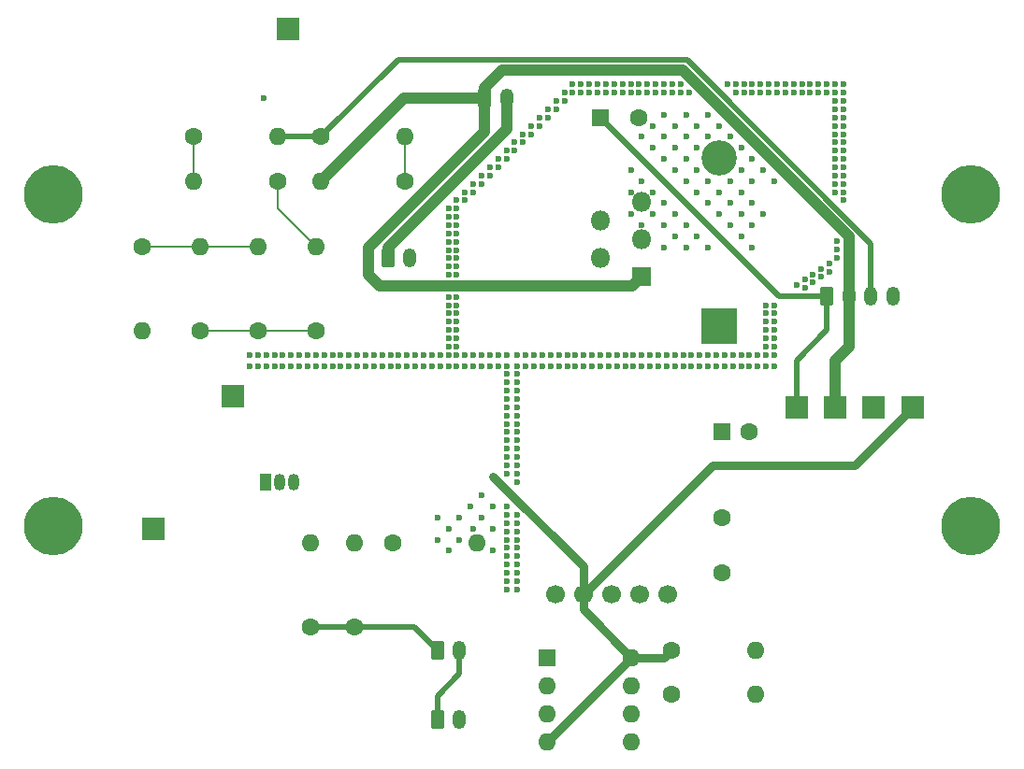
<source format=gbr>
%TF.GenerationSoftware,KiCad,Pcbnew,8.0.5*%
%TF.CreationDate,2025-04-28T01:24:49-04:00*%
%TF.ProjectId,CanSat_Power_Management_Board,43616e53-6174-45f5-906f-7765725f4d61,rev?*%
%TF.SameCoordinates,Original*%
%TF.FileFunction,Copper,L4,Bot*%
%TF.FilePolarity,Positive*%
%FSLAX46Y46*%
G04 Gerber Fmt 4.6, Leading zero omitted, Abs format (unit mm)*
G04 Created by KiCad (PCBNEW 8.0.5) date 2025-04-28 01:24:49*
%MOMM*%
%LPD*%
G01*
G04 APERTURE LIST*
G04 Aperture macros list*
%AMRoundRect*
0 Rectangle with rounded corners*
0 $1 Rounding radius*
0 $2 $3 $4 $5 $6 $7 $8 $9 X,Y pos of 4 corners*
0 Add a 4 corners polygon primitive as box body*
4,1,4,$2,$3,$4,$5,$6,$7,$8,$9,$2,$3,0*
0 Add four circle primitives for the rounded corners*
1,1,$1+$1,$2,$3*
1,1,$1+$1,$4,$5*
1,1,$1+$1,$6,$7*
1,1,$1+$1,$8,$9*
0 Add four rect primitives between the rounded corners*
20,1,$1+$1,$2,$3,$4,$5,0*
20,1,$1+$1,$4,$5,$6,$7,0*
20,1,$1+$1,$6,$7,$8,$9,0*
20,1,$1+$1,$8,$9,$2,$3,0*%
G04 Aperture macros list end*
%TA.AperFunction,ComponentPad*%
%ADD10R,1.600000X1.600000*%
%TD*%
%TA.AperFunction,ComponentPad*%
%ADD11C,1.600000*%
%TD*%
%TA.AperFunction,ComponentPad*%
%ADD12R,2.000000X2.000000*%
%TD*%
%TA.AperFunction,ComponentPad*%
%ADD13O,1.600000X1.600000*%
%TD*%
%TA.AperFunction,ComponentPad*%
%ADD14R,3.200000X3.200000*%
%TD*%
%TA.AperFunction,ComponentPad*%
%ADD15O,3.200000X3.200000*%
%TD*%
%TA.AperFunction,ComponentPad*%
%ADD16RoundRect,0.250000X-0.350000X-0.625000X0.350000X-0.625000X0.350000X0.625000X-0.350000X0.625000X0*%
%TD*%
%TA.AperFunction,ComponentPad*%
%ADD17O,1.200000X1.750000*%
%TD*%
%TA.AperFunction,ComponentPad*%
%ADD18C,1.700000*%
%TD*%
%TA.AperFunction,ComponentPad*%
%ADD19R,1.050000X1.500000*%
%TD*%
%TA.AperFunction,ComponentPad*%
%ADD20O,1.050000X1.500000*%
%TD*%
%TA.AperFunction,ComponentPad*%
%ADD21R,1.800000X1.800000*%
%TD*%
%TA.AperFunction,ComponentPad*%
%ADD22O,1.800000X1.800000*%
%TD*%
%TA.AperFunction,SMDPad,CuDef*%
%ADD23C,5.300000*%
%TD*%
%TA.AperFunction,ViaPad*%
%ADD24C,0.600000*%
%TD*%
%TA.AperFunction,Conductor*%
%ADD25C,0.800000*%
%TD*%
%TA.AperFunction,Conductor*%
%ADD26C,0.500000*%
%TD*%
%TA.AperFunction,Conductor*%
%ADD27C,1.000000*%
%TD*%
%TA.AperFunction,Conductor*%
%ADD28C,0.200000*%
%TD*%
G04 APERTURE END LIST*
D10*
%TO.P,C9,1*%
%TO.N,Net-(U3-THR)*%
X169000000Y-106500000D03*
D11*
%TO.P,C9,2*%
%TO.N,GND*%
X171500000Y-106500000D03*
%TD*%
D12*
%TO.P,TP4,1,1*%
%TO.N,/5V*%
X186250000Y-104250000D03*
%TD*%
D11*
%TO.P,R9,1*%
%TO.N,Net-(J4-Pin_1)*%
X135750000Y-124157500D03*
D13*
%TO.P,R9,2*%
%TO.N,Net-(Q1-G)*%
X135750000Y-116537500D03*
%TD*%
D11*
%TO.P,R1,1*%
%TO.N,Net-(R1-Pad1)*%
X116500000Y-89690000D03*
D13*
%TO.P,R1,2*%
%TO.N,GND*%
X116500000Y-97310000D03*
%TD*%
D10*
%TO.P,U3,1,GND*%
%TO.N,GND*%
X153200000Y-126950000D03*
D13*
%TO.P,U3,2,TR*%
%TO.N,Net-(U3-THR)*%
X153200000Y-129490000D03*
%TO.P,U3,3,Q*%
%TO.N,Net-(U3-Q)*%
X153200000Y-132030000D03*
%TO.P,U3,4,R*%
%TO.N,/5V*%
X153200000Y-134570000D03*
%TO.P,U3,5,CV*%
%TO.N,Net-(U3-CV)*%
X160820000Y-134570000D03*
%TO.P,U3,6,THR*%
%TO.N,Net-(U3-THR)*%
X160820000Y-132030000D03*
%TO.P,U3,7,DIS*%
%TO.N,Net-(BZ1-Aux)*%
X160820000Y-129490000D03*
%TO.P,U3,8,VCC*%
%TO.N,/5V*%
X160820000Y-126950000D03*
%TD*%
D12*
%TO.P,TP5,1,1*%
%TO.N,Net-(Q1-G)*%
X117500000Y-115250000D03*
%TD*%
D10*
%TO.P,Cout5,1*%
%TO.N,3.3V*%
X158000000Y-78000000D03*
D11*
%TO.P,Cout5,2*%
%TO.N,GND*%
X161500000Y-78000000D03*
%TD*%
%TO.P,R6,1*%
%TO.N,Net-(R5-Pad2)*%
X121190000Y-79750000D03*
D13*
%TO.P,R6,2*%
%TO.N,ADC*%
X128810000Y-79750000D03*
%TD*%
D14*
%TO.P,D1,1,K*%
%TO.N,/OUT*%
X168750000Y-96870000D03*
D15*
%TO.P,D1,2,A*%
%TO.N,GND*%
X168750000Y-81630000D03*
%TD*%
D11*
%TO.P,C8,1*%
%TO.N,Net-(U3-CV)*%
X169000000Y-119250000D03*
%TO.P,C8,2*%
%TO.N,GND*%
X169000000Y-114250000D03*
%TD*%
%TO.P,R11,1*%
%TO.N,Net-(J4-Pin_1)*%
X131750000Y-124157500D03*
D13*
%TO.P,R11,2*%
%TO.N,Net-(Q1-D)*%
X131750000Y-116537500D03*
%TD*%
D11*
%TO.P,R5,1*%
%TO.N,Net-(R4-Pad2)*%
X128810000Y-83750000D03*
D13*
%TO.P,R5,2*%
%TO.N,Net-(R5-Pad2)*%
X121190000Y-83750000D03*
%TD*%
D12*
%TO.P,TP3,1,1*%
%TO.N,3.3V*%
X175750000Y-104250000D03*
%TD*%
%TO.P,TP7,1,1*%
%TO.N,GND*%
X182750000Y-104250000D03*
%TD*%
D11*
%TO.P,R8,1*%
%TO.N,Net-(R7-Pad2)*%
X140310000Y-83750000D03*
D13*
%TO.P,R8,2*%
%TO.N,7.4V*%
X132690000Y-83750000D03*
%TD*%
D16*
%TO.P,J5,1,Pin_1*%
%TO.N,Net-(J4-Pin_2)*%
X143250000Y-132550000D03*
D17*
%TO.P,J5,2,Pin_2*%
%TO.N,GND*%
X145250000Y-132550000D03*
%TD*%
D18*
%TO.P,BZ1,1,Aux*%
%TO.N,Net-(BZ1-Aux)*%
X153920000Y-121230000D03*
%TO.P,BZ1,2,5V*%
%TO.N,/5V*%
X156460000Y-121230000D03*
%TO.P,BZ1,3,G*%
%TO.N,GND*%
X159000000Y-121230000D03*
%TO.P,BZ1,4,B*%
%TO.N,unconnected-(BZ1-B-Pad4)*%
X161540000Y-121230000D03*
%TO.P,BZ1,5*%
%TO.N,unconnected-(BZ1-Pad5)*%
X164080000Y-121230000D03*
%TD*%
D16*
%TO.P,J3,1,Pin_1*%
%TO.N,3.3V*%
X178500000Y-94200000D03*
D17*
%TO.P,J3,2,Pin_2*%
%TO.N,7.4V*%
X180500000Y-94200000D03*
%TO.P,J3,3,Pin_3*%
%TO.N,ADC*%
X182500000Y-94200000D03*
%TO.P,J3,4,Pin_4*%
%TO.N,GND*%
X184500000Y-94200000D03*
%TD*%
D12*
%TO.P,TP6,1,1*%
%TO.N,Net-(Q1-D)*%
X124750000Y-103250000D03*
%TD*%
D16*
%TO.P,J1,1,Pin_1*%
%TO.N,7.4V*%
X147500000Y-76200000D03*
D17*
%TO.P,J1,2,Pin_2*%
%TO.N,Net-(J1-Pin_2)*%
X149500000Y-76200000D03*
%TD*%
D19*
%TO.P,Q1,1,D*%
%TO.N,Net-(Q1-D)*%
X127710000Y-111000000D03*
D20*
%TO.P,Q1,2,G*%
%TO.N,Net-(Q1-G)*%
X128980000Y-111000000D03*
%TO.P,Q1,3,S*%
%TO.N,GND*%
X130250000Y-111000000D03*
%TD*%
D21*
%TO.P,U1,1,VIN*%
%TO.N,7.4V*%
X161700000Y-92450000D03*
D22*
%TO.P,U1,2,OUT*%
%TO.N,/OUT*%
X158000000Y-90750000D03*
%TO.P,U1,3,GND*%
%TO.N,GND*%
X161700000Y-89050000D03*
%TO.P,U1,4,FB*%
%TO.N,3.3V*%
X158000000Y-87350000D03*
%TO.P,U1,5,~{ON}/OFF*%
%TO.N,GND*%
X161700000Y-85650000D03*
%TD*%
D11*
%TO.P,R12,1*%
%TO.N,/5V*%
X164440000Y-126250000D03*
D13*
%TO.P,R12,2*%
%TO.N,Net-(U3-THR)*%
X172060000Y-126250000D03*
%TD*%
D11*
%TO.P,R13,1*%
%TO.N,Net-(U3-THR)*%
X164440000Y-130250000D03*
D13*
%TO.P,R13,2*%
%TO.N,Net-(U3-Q)*%
X172060000Y-130250000D03*
%TD*%
D11*
%TO.P,R3,1*%
%TO.N,Net-(R2-Pad1)*%
X127000000Y-97310000D03*
D13*
%TO.P,R3,2*%
%TO.N,Net-(R1-Pad1)*%
X127000000Y-89690000D03*
%TD*%
D11*
%TO.P,R4,1*%
%TO.N,Net-(R2-Pad1)*%
X132250000Y-97310000D03*
D13*
%TO.P,R4,2*%
%TO.N,Net-(R4-Pad2)*%
X132250000Y-89690000D03*
%TD*%
D11*
%TO.P,R7,1*%
%TO.N,ADC*%
X132690000Y-79750000D03*
D13*
%TO.P,R7,2*%
%TO.N,Net-(R7-Pad2)*%
X140310000Y-79750000D03*
%TD*%
D11*
%TO.P,R2,1*%
%TO.N,Net-(R2-Pad1)*%
X121750000Y-97310000D03*
D13*
%TO.P,R2,2*%
%TO.N,Net-(R1-Pad1)*%
X121750000Y-89690000D03*
%TD*%
D11*
%TO.P,R10,1*%
%TO.N,Net-(Q1-G)*%
X139190000Y-116537500D03*
D13*
%TO.P,R10,2*%
%TO.N,GND*%
X146810000Y-116537500D03*
%TD*%
D16*
%TO.P,J2,1,Pin_1*%
%TO.N,Net-(J1-Pin_2)*%
X138750000Y-90700000D03*
D17*
%TO.P,J2,2,Pin_2*%
%TO.N,GND*%
X140750000Y-90700000D03*
%TD*%
D16*
%TO.P,J4,1,Pin_1*%
%TO.N,Net-(J4-Pin_1)*%
X143250000Y-126250000D03*
D17*
%TO.P,J4,2,Pin_2*%
%TO.N,Net-(J4-Pin_2)*%
X145250000Y-126250000D03*
%TD*%
D12*
%TO.P,TP2,1,1*%
%TO.N,7.4V*%
X179250000Y-104250000D03*
%TD*%
%TO.P,TP1,1,1*%
%TO.N,ADC*%
X129750000Y-70000000D03*
%TD*%
D23*
%TO.P,REF\u002A\u002A,1*%
%TO.N,N/C*%
X191500000Y-85000000D03*
%TD*%
%TO.P,REF\u002A\u002A,1*%
%TO.N,N/C*%
X108500000Y-115000000D03*
%TD*%
%TO.P,REF\u002A\u002A,1*%
%TO.N,N/C*%
X108500000Y-85000000D03*
%TD*%
%TO.P,REF\u002A\u002A,1*%
%TO.N,N/C*%
X191500000Y-115000000D03*
%TD*%
D24*
%TO.N,GND*%
X166250000Y-99500000D03*
X129250000Y-100500000D03*
X173250000Y-75750000D03*
X173000000Y-98750000D03*
X165500000Y-99500000D03*
X163250000Y-99500000D03*
X176500000Y-92700000D03*
X150500000Y-103500000D03*
X169250000Y-99500000D03*
X149500000Y-107250000D03*
X147250000Y-112250000D03*
X150500000Y-116250000D03*
X141250000Y-100500000D03*
X148750000Y-81750000D03*
X149500000Y-119250000D03*
X154000000Y-77250000D03*
X164750000Y-78750000D03*
X148000000Y-99500000D03*
X168500000Y-99500000D03*
X142750000Y-100500000D03*
X148000000Y-82500000D03*
X160000000Y-75750000D03*
X167750000Y-85750000D03*
X171750000Y-89750000D03*
X173000000Y-97250000D03*
X156250000Y-75750000D03*
X157250000Y-100500000D03*
X180000000Y-79500000D03*
X159250000Y-75000000D03*
X160750000Y-86750000D03*
X132250000Y-100500000D03*
X127000000Y-100500000D03*
X127750000Y-100500000D03*
X167750000Y-100500000D03*
X150500000Y-118500000D03*
X136750000Y-100500000D03*
X145750000Y-99500000D03*
X154000000Y-76500000D03*
X144250000Y-100500000D03*
X144250000Y-90750000D03*
X161750000Y-99500000D03*
X170750000Y-100500000D03*
X161500000Y-75000000D03*
X128500000Y-100500000D03*
X171750000Y-85750000D03*
X164000000Y-99500000D03*
X139750000Y-100500000D03*
X150500000Y-117000000D03*
X151250000Y-100500000D03*
X158500000Y-75000000D03*
X178750000Y-91200000D03*
X149500000Y-116250000D03*
X180000000Y-78750000D03*
X170750000Y-86750000D03*
X145000000Y-97250000D03*
X178750000Y-91950000D03*
X173750000Y-97250000D03*
X156500000Y-100500000D03*
X137500000Y-100500000D03*
X143500000Y-99500000D03*
X154250000Y-100500000D03*
X151000000Y-80250000D03*
X144250000Y-97250000D03*
X171750000Y-87750000D03*
X144250000Y-90000000D03*
X163250000Y-100500000D03*
X180000000Y-84000000D03*
X145000000Y-87000000D03*
X144250000Y-87000000D03*
X159500000Y-99500000D03*
X146500000Y-84000000D03*
X168750000Y-78750000D03*
X151000000Y-79500000D03*
X130000000Y-99500000D03*
X162750000Y-86750000D03*
X165750000Y-79750000D03*
X132250000Y-99500000D03*
X162750000Y-80750000D03*
X158000000Y-99500000D03*
X166000000Y-75750000D03*
X175500000Y-75000000D03*
X146500000Y-84750000D03*
X149500000Y-120000000D03*
X150500000Y-114750000D03*
X172250000Y-99500000D03*
X144250000Y-87750000D03*
X177000000Y-75750000D03*
X180000000Y-84750000D03*
X174000000Y-75000000D03*
X180000000Y-85500000D03*
X163750000Y-81750000D03*
X144250000Y-94250000D03*
X170750000Y-84750000D03*
X165750000Y-81750000D03*
X169250000Y-100500000D03*
X149500000Y-81000000D03*
X145250000Y-114250000D03*
X136750000Y-99500000D03*
X149500000Y-117000000D03*
X167750000Y-89750000D03*
X177250000Y-92950000D03*
X179250000Y-81000000D03*
X178500000Y-75000000D03*
X161000000Y-99500000D03*
X180000000Y-81750000D03*
X150250000Y-81000000D03*
X148250000Y-117250000D03*
X164750000Y-99500000D03*
X160750000Y-84750000D03*
X127000000Y-99500000D03*
X126250000Y-100500000D03*
X175750000Y-93200000D03*
X146500000Y-99500000D03*
X145000000Y-94250000D03*
X166750000Y-84750000D03*
X179250000Y-84750000D03*
X166750000Y-82750000D03*
X149500000Y-109500000D03*
X150500000Y-102750000D03*
X159500000Y-100500000D03*
X152500000Y-78750000D03*
X149500000Y-99500000D03*
X170000000Y-99500000D03*
X148750000Y-100500000D03*
X163000000Y-75000000D03*
X162250000Y-75000000D03*
X150250000Y-80250000D03*
X158500000Y-75750000D03*
X156250000Y-75000000D03*
X150500000Y-120750000D03*
X179250000Y-83250000D03*
X174000000Y-75750000D03*
X149500000Y-108000000D03*
X127500000Y-76250000D03*
X149500000Y-110250000D03*
X139000000Y-99500000D03*
X145000000Y-96500000D03*
X168750000Y-86750000D03*
X162500000Y-99500000D03*
X150500000Y-110250000D03*
X144250000Y-91500000D03*
X163750000Y-79750000D03*
X180000000Y-75750000D03*
X169750000Y-87750000D03*
X161750000Y-87750000D03*
X169750000Y-83750000D03*
X154750000Y-75750000D03*
X170750000Y-88750000D03*
X140500000Y-99500000D03*
X179250000Y-78000000D03*
X167000000Y-99500000D03*
X145750000Y-85500000D03*
X145000000Y-98000000D03*
X163750000Y-75750000D03*
X173750000Y-100500000D03*
X178000000Y-92450000D03*
X141250000Y-99500000D03*
X150500000Y-101250000D03*
X165750000Y-83750000D03*
X164000000Y-100500000D03*
X150500000Y-107250000D03*
X145000000Y-87750000D03*
X144250000Y-88500000D03*
X147250000Y-114250000D03*
X165250000Y-75000000D03*
X152000000Y-100500000D03*
X164750000Y-100500000D03*
X170750000Y-80750000D03*
X146250000Y-113250000D03*
X151750000Y-79500000D03*
X180000000Y-80250000D03*
X150500000Y-111000000D03*
X134500000Y-100500000D03*
X160750000Y-82750000D03*
X142000000Y-100500000D03*
X149500000Y-100500000D03*
X151750000Y-78750000D03*
X155750000Y-100500000D03*
X149500000Y-105000000D03*
X173750000Y-96500000D03*
X144250000Y-96500000D03*
X145000000Y-88500000D03*
X145000000Y-89250000D03*
X180000000Y-82500000D03*
X150500000Y-119250000D03*
X178000000Y-91700000D03*
X161750000Y-79750000D03*
X149500000Y-117750000D03*
X159250000Y-75750000D03*
X147250000Y-99500000D03*
X179400000Y-89200000D03*
X133000000Y-100500000D03*
X171000000Y-75750000D03*
X145000000Y-92250000D03*
X173000000Y-100500000D03*
X171750000Y-75750000D03*
X174750000Y-75750000D03*
X148750000Y-82500000D03*
X157750000Y-75000000D03*
X171750000Y-75000000D03*
X179250000Y-77250000D03*
X177250000Y-92200000D03*
X152000000Y-99500000D03*
X167000000Y-100500000D03*
X145250000Y-116250000D03*
X143250000Y-114250000D03*
X138250000Y-99500000D03*
X179250000Y-75750000D03*
X146500000Y-100500000D03*
X164750000Y-88750000D03*
X164750000Y-82750000D03*
X138250000Y-100500000D03*
X179250000Y-76500000D03*
X130000000Y-100500000D03*
X168500000Y-100500000D03*
X146500000Y-115250000D03*
X164500000Y-75000000D03*
X155500000Y-75750000D03*
X155750000Y-99500000D03*
X142750000Y-99500000D03*
X176250000Y-75000000D03*
X145000000Y-100500000D03*
X144250000Y-89250000D03*
X179250000Y-79500000D03*
X180000000Y-76500000D03*
X147250000Y-84000000D03*
X145000000Y-90750000D03*
X179400000Y-90700000D03*
X173000000Y-96500000D03*
X142000000Y-99500000D03*
X145000000Y-90000000D03*
X135250000Y-99500000D03*
X173000000Y-95000000D03*
X171000000Y-75000000D03*
X177750000Y-75750000D03*
X127750000Y-99500000D03*
X157000000Y-75000000D03*
X133000000Y-99500000D03*
X163750000Y-89750000D03*
X145000000Y-91500000D03*
X145750000Y-84750000D03*
X148750000Y-99500000D03*
X150500000Y-115500000D03*
X155500000Y-75000000D03*
X179250000Y-81750000D03*
X180000000Y-78000000D03*
X144250000Y-115250000D03*
X150500000Y-102000000D03*
X170750000Y-99500000D03*
X180000000Y-81000000D03*
X163750000Y-75000000D03*
X157000000Y-75750000D03*
X150500000Y-104250000D03*
X174750000Y-75000000D03*
X147250000Y-83250000D03*
X135250000Y-100500000D03*
X160750000Y-75750000D03*
X145000000Y-98750000D03*
X152750000Y-99500000D03*
X161750000Y-100500000D03*
X133750000Y-100500000D03*
X130750000Y-100500000D03*
X176500000Y-93450000D03*
X148250000Y-115250000D03*
X176250000Y-75750000D03*
X143500000Y-100500000D03*
X145000000Y-85500000D03*
X134500000Y-99500000D03*
X149500000Y-120750000D03*
X167750000Y-83750000D03*
X150500000Y-108000000D03*
X177750000Y-75000000D03*
X139000000Y-100500000D03*
X145750000Y-100500000D03*
X165750000Y-89750000D03*
X139750000Y-99500000D03*
X150500000Y-109500000D03*
X167750000Y-99500000D03*
X173000000Y-95750000D03*
X154250000Y-99500000D03*
X179250000Y-82500000D03*
X157250000Y-99500000D03*
X179250000Y-75000000D03*
X169750000Y-79750000D03*
X162750000Y-78750000D03*
X166750000Y-78750000D03*
X145000000Y-95750000D03*
X160250000Y-99500000D03*
X177000000Y-75000000D03*
X164500000Y-75750000D03*
X149500000Y-105750000D03*
X160000000Y-75000000D03*
X171750000Y-81750000D03*
X144250000Y-92250000D03*
X153250000Y-77250000D03*
X144250000Y-95750000D03*
X153500000Y-100500000D03*
X149500000Y-115500000D03*
X149500000Y-101250000D03*
X160750000Y-75000000D03*
X155000000Y-99500000D03*
X153250000Y-78000000D03*
X144250000Y-98750000D03*
X173250000Y-75000000D03*
X130750000Y-99500000D03*
X179250000Y-80250000D03*
X145000000Y-86250000D03*
X150500000Y-105750000D03*
X149500000Y-102750000D03*
X178500000Y-75750000D03*
X170250000Y-75000000D03*
X148000000Y-83250000D03*
X175500000Y-75750000D03*
X152500000Y-78000000D03*
X150500000Y-117750000D03*
X150500000Y-120000000D03*
X163750000Y-77750000D03*
X166750000Y-88750000D03*
X167750000Y-77750000D03*
X173750000Y-98750000D03*
X172750000Y-86750000D03*
X166750000Y-80750000D03*
X149500000Y-103500000D03*
X180000000Y-77250000D03*
X170250000Y-75750000D03*
X149500000Y-114000000D03*
X173000000Y-98000000D03*
X166250000Y-100500000D03*
X158750000Y-99500000D03*
X144250000Y-95000000D03*
X152750000Y-100500000D03*
X143250000Y-116250000D03*
X171500000Y-100500000D03*
X163750000Y-87750000D03*
X162250000Y-75750000D03*
X161750000Y-83750000D03*
X156500000Y-99500000D03*
X161000000Y-100500000D03*
X158750000Y-100500000D03*
X165250000Y-75750000D03*
X169500000Y-75000000D03*
X167750000Y-79750000D03*
X145000000Y-95000000D03*
X149500000Y-118500000D03*
X180000000Y-83250000D03*
X136000000Y-99500000D03*
X163750000Y-85750000D03*
X173000000Y-99500000D03*
X179400000Y-89950000D03*
X158000000Y-100500000D03*
X162750000Y-84750000D03*
X155000000Y-100500000D03*
X163000000Y-75750000D03*
X173750000Y-83750000D03*
X144250000Y-98000000D03*
X150500000Y-108750000D03*
X145000000Y-99500000D03*
X149500000Y-113250000D03*
X153500000Y-99500000D03*
X126250000Y-99500000D03*
X179250000Y-84000000D03*
X136000000Y-100500000D03*
X165500000Y-100500000D03*
X170750000Y-82750000D03*
X128500000Y-99500000D03*
X144250000Y-99500000D03*
X168750000Y-84750000D03*
X150500000Y-106500000D03*
X131500000Y-100500000D03*
X172250000Y-100500000D03*
X131500000Y-99500000D03*
X148250000Y-113250000D03*
X171750000Y-83750000D03*
X144250000Y-117250000D03*
X160250000Y-100500000D03*
X140500000Y-100500000D03*
X172750000Y-82750000D03*
X161500000Y-75750000D03*
X147250000Y-100500000D03*
X151250000Y-99500000D03*
X149500000Y-108750000D03*
X173750000Y-98000000D03*
X148000000Y-100500000D03*
X157750000Y-75750000D03*
X162500000Y-100500000D03*
X150500000Y-100500000D03*
X149500000Y-104250000D03*
X149500000Y-114750000D03*
X173750000Y-95000000D03*
X133750000Y-99500000D03*
X165750000Y-77750000D03*
X149500000Y-106500000D03*
X173750000Y-99500000D03*
X170000000Y-100500000D03*
X169750000Y-85750000D03*
X173750000Y-95750000D03*
X144250000Y-86250000D03*
X172500000Y-75750000D03*
X164750000Y-80750000D03*
X150500000Y-114000000D03*
X179250000Y-78750000D03*
X165750000Y-87750000D03*
X172500000Y-75000000D03*
X137500000Y-99500000D03*
X129250000Y-99500000D03*
X164750000Y-86750000D03*
X150500000Y-99500000D03*
X154750000Y-76500000D03*
X171500000Y-99500000D03*
X149500000Y-81750000D03*
X150500000Y-105000000D03*
X149500000Y-102000000D03*
%TO.N,/5V*%
X148250000Y-110500000D03*
%TO.N,GND*%
X180000000Y-75000000D03*
%TD*%
D25*
%TO.N,/5V*%
X156460000Y-121230000D02*
X168190000Y-109500000D01*
X168190000Y-109500000D02*
X181000000Y-109500000D01*
X181000000Y-109500000D02*
X186250000Y-104250000D01*
D26*
%TO.N,3.3V*%
X174200000Y-94200000D02*
X178500000Y-94200000D01*
X178500000Y-97250000D02*
X175750000Y-100000000D01*
X158000000Y-78000000D02*
X174200000Y-94200000D01*
X175750000Y-100000000D02*
X175750000Y-104250000D01*
X178500000Y-94200000D02*
X178500000Y-97250000D01*
D25*
%TO.N,/5V*%
X156460000Y-118687207D02*
X148272793Y-110500000D01*
X160820000Y-126950000D02*
X163740000Y-126950000D01*
X156460000Y-121230000D02*
X156460000Y-118687207D01*
X156460000Y-121230000D02*
X156460000Y-122590000D01*
X148272793Y-110500000D02*
X148250000Y-110500000D01*
X160820000Y-126950000D02*
X153200000Y-134570000D01*
X156460000Y-122590000D02*
X160820000Y-126950000D01*
X163740000Y-126950000D02*
X164440000Y-126250000D01*
D27*
%TO.N,7.4V*%
X137000000Y-89802944D02*
X147500000Y-79302944D01*
X147500000Y-79302944D02*
X147500000Y-76200000D01*
X149125000Y-73700000D02*
X165450000Y-73700000D01*
X179250000Y-100000000D02*
X179250000Y-104250000D01*
X140240000Y-76200000D02*
X147500000Y-76200000D01*
X132690000Y-83750000D02*
X140240000Y-76200000D01*
X161700000Y-92450000D02*
X160900000Y-93250000D01*
X165450000Y-73700000D02*
X180500000Y-88750000D01*
X147500000Y-76200000D02*
X147500000Y-75325000D01*
X180500000Y-94200000D02*
X180500000Y-98750000D01*
X147500000Y-75325000D02*
X149125000Y-73700000D01*
X137000000Y-92250000D02*
X137000000Y-89802944D01*
X138000000Y-93250000D02*
X137000000Y-92250000D01*
X180500000Y-88750000D02*
X180500000Y-94200000D01*
X160900000Y-93250000D02*
X138000000Y-93250000D01*
X180500000Y-98750000D02*
X179250000Y-100000000D01*
D26*
%TO.N,ADC*%
X139690000Y-72750000D02*
X165843503Y-72750000D01*
X128810000Y-79750000D02*
X132690000Y-79750000D01*
X165843503Y-72750000D02*
X182500000Y-89406497D01*
X132690000Y-79750000D02*
X139690000Y-72750000D01*
X182500000Y-89406497D02*
X182500000Y-94200000D01*
D27*
%TO.N,Net-(J1-Pin_2)*%
X138750000Y-89750000D02*
X138750000Y-90700000D01*
X149500000Y-76200000D02*
X149500000Y-79000000D01*
X149500000Y-79000000D02*
X138750000Y-89750000D01*
D26*
%TO.N,Net-(J4-Pin_2)*%
X145250000Y-126250000D02*
X145250000Y-128400000D01*
X145250000Y-128400000D02*
X143250000Y-130400000D01*
X143250000Y-130400000D02*
X143250000Y-132550000D01*
D28*
%TO.N,Net-(Q1-G)*%
X128980000Y-111000000D02*
X128980000Y-111225000D01*
%TO.N,Net-(R1-Pad1)*%
X121750000Y-89690000D02*
X127000000Y-89690000D01*
X116500000Y-89690000D02*
X121750000Y-89690000D01*
%TO.N,Net-(R2-Pad1)*%
X127000000Y-97310000D02*
X132250000Y-97310000D01*
X121750000Y-97310000D02*
X127000000Y-97310000D01*
%TO.N,Net-(R4-Pad2)*%
X128810000Y-83750000D02*
X128810000Y-86250000D01*
X128810000Y-86250000D02*
X132250000Y-89690000D01*
%TO.N,Net-(R5-Pad2)*%
X121190000Y-83750000D02*
X121190000Y-79750000D01*
%TO.N,Net-(R7-Pad2)*%
X140310000Y-83750000D02*
X140310000Y-79750000D01*
D26*
%TO.N,Net-(J4-Pin_1)*%
X141157500Y-124157500D02*
X135750000Y-124157500D01*
X143250000Y-126250000D02*
X141157500Y-124157500D01*
X135750000Y-124157500D02*
X131750000Y-124157500D01*
%TD*%
M02*

</source>
